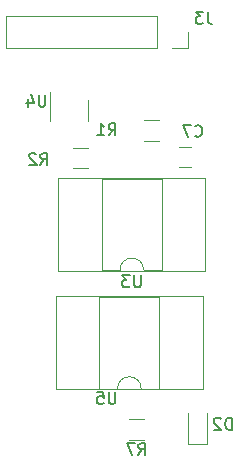
<source format=gbo>
G04 #@! TF.GenerationSoftware,KiCad,Pcbnew,5.1.7-a382d34a8~88~ubuntu18.04.1*
G04 #@! TF.CreationDate,2021-08-09T13:16:33+05:30*
G04 #@! TF.ProjectId,BackEnd_HeavyDevice_v3,4261636b-456e-4645-9f48-656176794465,rev?*
G04 #@! TF.SameCoordinates,Original*
G04 #@! TF.FileFunction,Legend,Bot*
G04 #@! TF.FilePolarity,Positive*
%FSLAX46Y46*%
G04 Gerber Fmt 4.6, Leading zero omitted, Abs format (unit mm)*
G04 Created by KiCad (PCBNEW 5.1.7-a382d34a8~88~ubuntu18.04.1) date 2021-08-09 13:16:33*
%MOMM*%
%LPD*%
G01*
G04 APERTURE LIST*
%ADD10C,0.120000*%
%ADD11C,0.150000*%
G04 APERTURE END LIST*
D10*
X138936000Y-129674000D02*
X138936000Y-127074000D01*
X137336000Y-129674000D02*
X137336000Y-127074000D01*
X138936000Y-129674000D02*
X137336000Y-129674000D01*
X136634000Y-104507000D02*
X137634000Y-104507000D01*
X137634000Y-106207000D02*
X136634000Y-106207000D01*
X134861000Y-102272000D02*
X133661000Y-102272000D01*
X133661000Y-104032000D02*
X134861000Y-104032000D01*
X127659000Y-106354000D02*
X128859000Y-106354000D01*
X128859000Y-104594000D02*
X127659000Y-104594000D01*
X132396000Y-129348000D02*
X133596000Y-129348000D01*
X133596000Y-127588000D02*
X132396000Y-127588000D01*
X138836000Y-115019000D02*
X126366000Y-115019000D01*
X138836000Y-107159000D02*
X138836000Y-115019000D01*
X126366000Y-107159000D02*
X138836000Y-107159000D01*
X126366000Y-115019000D02*
X126366000Y-107159000D01*
X135136000Y-114959000D02*
X133601000Y-114959000D01*
X135136000Y-107219000D02*
X135136000Y-114959000D01*
X130066000Y-107219000D02*
X135136000Y-107219000D01*
X130066000Y-114959000D02*
X130066000Y-107219000D01*
X131601000Y-114959000D02*
X130066000Y-114959000D01*
X133601000Y-114959000D02*
G75*
G03*
X131601000Y-114959000I-1000000J0D01*
G01*
X128917000Y-100574000D02*
X128917000Y-102374000D01*
X125697000Y-102374000D02*
X125697000Y-99924000D01*
X131390000Y-125000000D02*
X129855000Y-125000000D01*
X129855000Y-125000000D02*
X129855000Y-117260000D01*
X129855000Y-117260000D02*
X134925000Y-117260000D01*
X134925000Y-117260000D02*
X134925000Y-125000000D01*
X134925000Y-125000000D02*
X133390000Y-125000000D01*
X126155000Y-125060000D02*
X126155000Y-117200000D01*
X126155000Y-117200000D02*
X138625000Y-117200000D01*
X138625000Y-117200000D02*
X138625000Y-125060000D01*
X138625000Y-125060000D02*
X126155000Y-125060000D01*
X133390000Y-125000000D02*
G75*
G03*
X131390000Y-125000000I-1000000J0D01*
G01*
X137341000Y-96130400D02*
X137341000Y-94800400D01*
X136011000Y-96130400D02*
X137341000Y-96130400D01*
X134741000Y-96130400D02*
X134741000Y-93470400D01*
X134741000Y-93470400D02*
X121981000Y-93470400D01*
X134741000Y-96130400D02*
X121981000Y-96130400D01*
X121981000Y-96130400D02*
X121981000Y-93470400D01*
D11*
X141063575Y-128478120D02*
X141063575Y-127478120D01*
X140825480Y-127478120D01*
X140682622Y-127525740D01*
X140587384Y-127620978D01*
X140539765Y-127716216D01*
X140492146Y-127906692D01*
X140492146Y-128049549D01*
X140539765Y-128240025D01*
X140587384Y-128335263D01*
X140682622Y-128430501D01*
X140825480Y-128478120D01*
X141063575Y-128478120D01*
X140111194Y-127573359D02*
X140063575Y-127525740D01*
X139968337Y-127478120D01*
X139730241Y-127478120D01*
X139635003Y-127525740D01*
X139587384Y-127573359D01*
X139539765Y-127668597D01*
X139539765Y-127763835D01*
X139587384Y-127906692D01*
X140158813Y-128478120D01*
X139539765Y-128478120D01*
X137956586Y-103603062D02*
X138004205Y-103650681D01*
X138147062Y-103698300D01*
X138242300Y-103698300D01*
X138385158Y-103650681D01*
X138480396Y-103555443D01*
X138528015Y-103460205D01*
X138575634Y-103269729D01*
X138575634Y-103126872D01*
X138528015Y-102936396D01*
X138480396Y-102841158D01*
X138385158Y-102745920D01*
X138242300Y-102698300D01*
X138147062Y-102698300D01*
X138004205Y-102745920D01*
X137956586Y-102793539D01*
X137623253Y-102698300D02*
X136956586Y-102698300D01*
X137385158Y-103698300D01*
X130643926Y-103550980D02*
X130977260Y-103074790D01*
X131215355Y-103550980D02*
X131215355Y-102550980D01*
X130834402Y-102550980D01*
X130739164Y-102598600D01*
X130691545Y-102646219D01*
X130643926Y-102741457D01*
X130643926Y-102884314D01*
X130691545Y-102979552D01*
X130739164Y-103027171D01*
X130834402Y-103074790D01*
X131215355Y-103074790D01*
X129691545Y-103550980D02*
X130262974Y-103550980D01*
X129977260Y-103550980D02*
X129977260Y-102550980D01*
X130072498Y-102693838D01*
X130167736Y-102789076D01*
X130262974Y-102836695D01*
X124867966Y-106052880D02*
X125201300Y-105576690D01*
X125439395Y-106052880D02*
X125439395Y-105052880D01*
X125058442Y-105052880D01*
X124963204Y-105100500D01*
X124915585Y-105148119D01*
X124867966Y-105243357D01*
X124867966Y-105386214D01*
X124915585Y-105481452D01*
X124963204Y-105529071D01*
X125058442Y-105576690D01*
X125439395Y-105576690D01*
X124487014Y-105148119D02*
X124439395Y-105100500D01*
X124344157Y-105052880D01*
X124106061Y-105052880D01*
X124010823Y-105100500D01*
X123963204Y-105148119D01*
X123915585Y-105243357D01*
X123915585Y-105338595D01*
X123963204Y-105481452D01*
X124534633Y-106052880D01*
X123915585Y-106052880D01*
X133162666Y-130620380D02*
X133496000Y-130144190D01*
X133734095Y-130620380D02*
X133734095Y-129620380D01*
X133353142Y-129620380D01*
X133257904Y-129668000D01*
X133210285Y-129715619D01*
X133162666Y-129810857D01*
X133162666Y-129953714D01*
X133210285Y-130048952D01*
X133257904Y-130096571D01*
X133353142Y-130144190D01*
X133734095Y-130144190D01*
X132829333Y-129620380D02*
X132162666Y-129620380D01*
X132591238Y-130620380D01*
X133362904Y-115411380D02*
X133362904Y-116220904D01*
X133315285Y-116316142D01*
X133267666Y-116363761D01*
X133172428Y-116411380D01*
X132981952Y-116411380D01*
X132886714Y-116363761D01*
X132839095Y-116316142D01*
X132791476Y-116220904D01*
X132791476Y-115411380D01*
X132410523Y-115411380D02*
X131791476Y-115411380D01*
X132124809Y-115792333D01*
X131981952Y-115792333D01*
X131886714Y-115839952D01*
X131839095Y-115887571D01*
X131791476Y-115982809D01*
X131791476Y-116220904D01*
X131839095Y-116316142D01*
X131886714Y-116363761D01*
X131981952Y-116411380D01*
X132267666Y-116411380D01*
X132362904Y-116363761D01*
X132410523Y-116316142D01*
X125287944Y-100122740D02*
X125287944Y-100932264D01*
X125240325Y-101027502D01*
X125192706Y-101075121D01*
X125097468Y-101122740D01*
X124906992Y-101122740D01*
X124811754Y-101075121D01*
X124764135Y-101027502D01*
X124716516Y-100932264D01*
X124716516Y-100122740D01*
X123811754Y-100456074D02*
X123811754Y-101122740D01*
X124049849Y-100075121D02*
X124287944Y-100789407D01*
X123668897Y-100789407D01*
X131211224Y-125281440D02*
X131211224Y-126090964D01*
X131163605Y-126186202D01*
X131115986Y-126233821D01*
X131020748Y-126281440D01*
X130830272Y-126281440D01*
X130735034Y-126233821D01*
X130687415Y-126186202D01*
X130639796Y-126090964D01*
X130639796Y-125281440D01*
X129687415Y-125281440D02*
X130163605Y-125281440D01*
X130211224Y-125757631D01*
X130163605Y-125710012D01*
X130068367Y-125662393D01*
X129830272Y-125662393D01*
X129735034Y-125710012D01*
X129687415Y-125757631D01*
X129639796Y-125852869D01*
X129639796Y-126090964D01*
X129687415Y-126186202D01*
X129735034Y-126233821D01*
X129830272Y-126281440D01*
X130068367Y-126281440D01*
X130163605Y-126233821D01*
X130211224Y-126186202D01*
X139021493Y-93099620D02*
X139021493Y-93813906D01*
X139069112Y-93956763D01*
X139164350Y-94052001D01*
X139307207Y-94099620D01*
X139402445Y-94099620D01*
X138640540Y-93099620D02*
X138021493Y-93099620D01*
X138354826Y-93480573D01*
X138211969Y-93480573D01*
X138116731Y-93528192D01*
X138069112Y-93575811D01*
X138021493Y-93671049D01*
X138021493Y-93909144D01*
X138069112Y-94004382D01*
X138116731Y-94052001D01*
X138211969Y-94099620D01*
X138497683Y-94099620D01*
X138592921Y-94052001D01*
X138640540Y-94004382D01*
M02*

</source>
